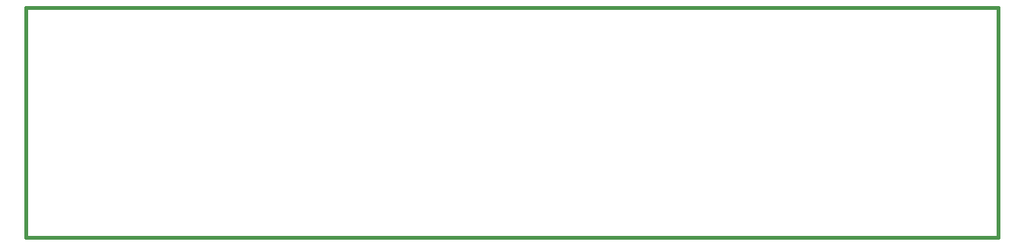
<source format=gbr>
G04 (created by PCBNEW-RS274X (2012-jan-04)-stable) date Fri 13 Apr 2012 11:09:43 PM EDT*
G01*
G70*
G90*
%MOIN*%
G04 Gerber Fmt 3.4, Leading zero omitted, Abs format*
%FSLAX34Y34*%
G04 APERTURE LIST*
%ADD10C,0.006000*%
%ADD11C,0.015000*%
G04 APERTURE END LIST*
G54D10*
G54D11*
X51100Y-16100D02*
X51100Y-16000D01*
X08500Y-16100D02*
X51100Y-16100D01*
X08500Y-16000D02*
X08500Y-16100D01*
X51100Y-06000D02*
X08500Y-06000D01*
X51100Y-16000D02*
X51100Y-06000D01*
X08500Y-06000D02*
X08500Y-16000D01*
M02*

</source>
